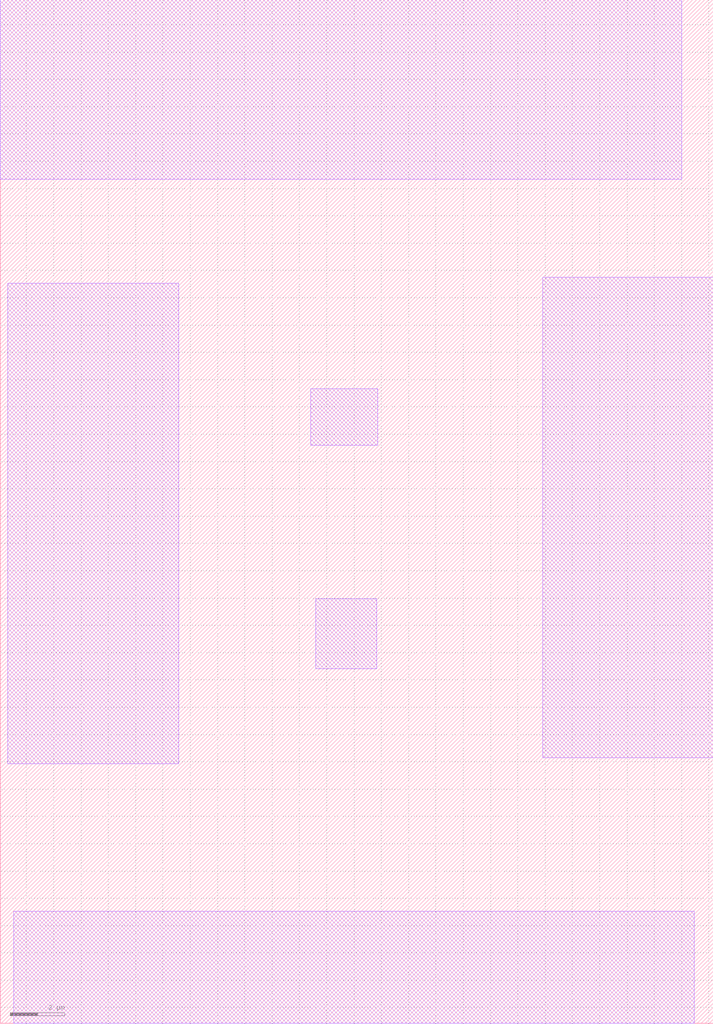
<source format=lef>
VERSION 5.7 ;
  NOWIREEXTENSIONATPIN ON ;
  DIVIDERCHAR "/" ;
  BUSBITCHARS "[]" ;
MACRO logo
  CLASS BLOCK ;
  FOREIGN logo ;
  ORIGIN 11.960 21.580 ;
  SIZE 26.120 BY 37.500 ;
  OBS
      LAYER met5 ;
        RECT -11.960 9.350 13.000 15.920 ;
        RECT -11.680 -12.070 -5.430 5.530 ;
        RECT -0.590 -0.400 1.860 1.670 ;
        RECT -0.410 -8.590 1.840 -6.030 ;
        RECT 7.910 -11.850 14.160 5.750 ;
        RECT -11.470 -21.580 13.460 -17.470 ;
  END
END logo
END LIBRARY


</source>
